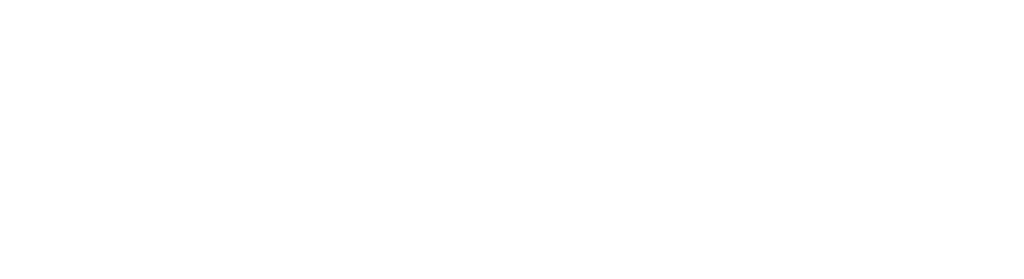
<source format=kicad_pcb>
(kicad_pcb (version 20171130) (host pcbnew "(5.0.1)-3")

  (general
    (thickness 1.6)
    (drawings 58)
    (tracks 0)
    (zones 0)
    (modules 0)
    (nets 1)
  )

  (page A2)
  (layers
    (0 F.Cu signal)
    (31 B.Cu signal)
    (32 B.Adhes user)
    (33 F.Adhes user)
    (34 B.Paste user)
    (35 F.Paste user)
    (36 B.SilkS user)
    (37 F.SilkS user)
    (38 B.Mask user)
    (39 F.Mask user)
    (40 Dwgs.User user)
    (41 Cmts.User user)
    (42 Eco1.User user)
    (43 Eco2.User user)
    (44 Edge.Cuts user)
    (45 Margin user)
    (46 B.CrtYd user)
    (47 F.CrtYd user)
    (48 B.Fab user)
    (49 F.Fab user)
  )

  (setup
    (last_trace_width 0.25)
    (trace_clearance 0.2)
    (zone_clearance 0.508)
    (zone_45_only no)
    (trace_min 0.2)
    (segment_width 0.2)
    (edge_width 0.15)
    (via_size 0.8)
    (via_drill 0.4)
    (via_min_size 0.4)
    (via_min_drill 0.3)
    (uvia_size 0.3)
    (uvia_drill 0.1)
    (uvias_allowed no)
    (uvia_min_size 0.2)
    (uvia_min_drill 0.1)
    (pcb_text_width 0.3)
    (pcb_text_size 1.5 1.5)
    (mod_edge_width 0.15)
    (mod_text_size 1 1)
    (mod_text_width 0.15)
    (pad_size 1.524 1.524)
    (pad_drill 0.762)
    (pad_to_mask_clearance 0.051)
    (solder_mask_min_width 0.25)
    (aux_axis_origin 0 0)
    (visible_elements FFFFFF7F)
    (pcbplotparams
      (layerselection 0x010fc_ffffffff)
      (usegerberextensions false)
      (usegerberattributes false)
      (usegerberadvancedattributes false)
      (creategerberjobfile false)
      (excludeedgelayer true)
      (linewidth 0.100000)
      (plotframeref false)
      (viasonmask false)
      (mode 1)
      (useauxorigin false)
      (hpglpennumber 1)
      (hpglpenspeed 20)
      (hpglpendiameter 15.000000)
      (psnegative false)
      (psa4output false)
      (plotreference true)
      (plotvalue true)
      (plotinvisibletext false)
      (padsonsilk false)
      (subtractmaskfromsilk false)
      (outputformat 1)
      (mirror false)
      (drillshape 1)
      (scaleselection 1)
      (outputdirectory ""))
  )

  (net 0 "")

  (net_class Default "Ceci est la Netclass par défaut."
    (clearance 0.2)
    (trace_width 0.25)
    (via_dia 0.8)
    (via_drill 0.4)
    (uvia_dia 0.3)
    (uvia_drill 0.1)
  )

  (gr_arc (start 157.175159 146.38424) (end 152.759602 132.048869) (angle -74.900015) (layer Dwgs.User) (width 0.1))
  (gr_line (start 417.014331 127.618005) (end 182.196658 127.618005) (layer Dwgs.User) (width 0.1))
  (gr_circle (center 363.188007 138.109063) (end 365.688007 138.109063) (layer Dwgs.User) (width 0.1))
  (gr_line (start 85.330951 202.77781) (end 72.910998 251.21) (layer Dwgs.User) (width 0.1))
  (gr_arc (start 182.196658 227.618005) (end 91.915479 184.614414) (angle -11.086873) (layer Dwgs.User) (width 0.1))
  (gr_arc (start 182.196658 227.618005) (end 182.196653 127.618005) (angle -17.119787) (layer Dwgs.User) (width 0.1))
  (gr_circle (center 315.204486 153.818002) (end 316.704486 153.818002) (layer Dwgs.User) (width 0.1))
  (gr_arc (start 118.999835 197.515496) (end 120.918084 167.576887) (angle -68.196249) (layer Dwgs.User) (width 0.1))
  (gr_line (start 312.10448 187.517999) (end 312.10448 154.618005) (layer Dwgs.User) (width 0.1))
  (gr_circle (center 158.680942 143.71) (end 160.180942 143.71) (layer Dwgs.User) (width 0.1))
  (gr_circle (center 261.204486 153.818002) (end 262.704486 153.818002) (layer Dwgs.User) (width 0.1))
  (gr_line (start 72.910998 251.21) (end 526.300006 251.21) (layer Dwgs.User) (width 0.1))
  (gr_circle (center 261.204486 187.818002) (end 262.704486 187.818002) (layer Dwgs.User) (width 0.1))
  (gr_arc (start 417.014331 227.618005) (end 446.451571 132.048926) (angle -17.119911) (layer Dwgs.User) (width 0.1))
  (gr_arc (start 442.035968 146.384286) (end 457.026642 146.913129) (angle -74.900544) (layer Dwgs.User) (width 0.1))
  (gr_arc (start 477.014239 147.618249) (end 457.026673 146.913126) (angle -95.686596) (layer Dwgs.User) (width 0.1))
  (gr_arc (start 480.211352 197.515924) (end 507.295796 184.615037) (angle -68.196717) (layer Dwgs.User) (width 0.1))
  (gr_arc (start 417.014331 227.618005) (end 513.880026 202.777773) (angle -11.086447) (layer Dwgs.User) (width 0.1))
  (gr_line (start 513.880023 202.777765) (end 526.300006 251.21) (layer Dwgs.User) (width 0.1))
  (gr_arc (start 122.196918 147.617807) (end 120.918085 167.57688) (angle -95.685896) (layer Dwgs.User) (width 0.1))
  (gr_line (start 466.949603 211.543313) (end 466.949603 213.109994) (layer Dwgs.User) (width 0.1))
  (gr_line (start 442.949573 213.109994) (end 442.949573 211.54339) (layer Dwgs.User) (width 0.1))
  (gr_circle (center 117.910998 198.61065) (end 127.510998 198.61065) (layer Dwgs.User) (width 0.1))
  (gr_line (start 442.949573 213.109994) (end 444.249591 213.109994) (layer Dwgs.User) (width 0.1))
  (gr_arc (start 466.300006 217.859994) (end 465.649603 211.543391) (angle -348.249575) (layer Dwgs.User) (width 0.1))
  (gr_line (start 465.649585 213.109994) (end 465.649585 211.54339) (layer Dwgs.User) (width 0.1))
  (gr_line (start 155.330951 152.21) (end 192.830951 152.21) (layer Dwgs.User) (width 0.1))
  (gr_line (start 444.249591 211.543313) (end 444.249591 213.109994) (layer Dwgs.User) (width 0.1))
  (gr_line (start 192.830951 171.21) (end 155.330951 171.21) (layer Dwgs.User) (width 0.1))
  (gr_circle (center 225.680942 179.71) (end 227.180942 179.71) (layer Dwgs.User) (width 0.1))
  (gr_line (start 155.330951 152.21) (end 155.330951 171.21) (layer Dwgs.User) (width 0.1))
  (gr_circle (center 225.680942 143.71) (end 227.180942 143.71) (layer Dwgs.User) (width 0.1))
  (gr_line (start 192.830951 171.21) (end 192.830951 152.21) (layer Dwgs.User) (width 0.1))
  (gr_line (start 465.649585 213.109994) (end 466.949603 213.109994) (layer Dwgs.User) (width 0.1))
  (gr_circle (center 158.680942 179.71) (end 160.180942 179.71) (layer Dwgs.User) (width 0.1))
  (gr_line (start 420.249591 213.109994) (end 420.249591 211.54339) (layer Dwgs.User) (width 0.1))
  (gr_circle (center 177.910983 227.21) (end 187.510983 227.21) (layer Dwgs.User) (width 0.1))
  (gr_arc (start 426.299976 163.21) (end 425.449975 155.255284) (angle -347.801617) (layer Dwgs.User) (width 0.1))
  (gr_line (start 178.56058 191.893319) (end 178.56058 193.46) (layer Dwgs.User) (width 0.1))
  (gr_arc (start 177.910983 198.21) (end 177.26058 191.893397) (angle -348.249575) (layer Dwgs.User) (width 0.1))
  (gr_line (start 289.60448 154.618005) (end 312.10448 154.618005) (layer Dwgs.User) (width 0.1))
  (gr_line (start 427.149982 155.255288) (end 427.149982 156.21) (layer Dwgs.User) (width 0.1))
  (gr_line (start 177.260593 193.46) (end 177.260593 191.893396) (layer Dwgs.User) (width 0.1))
  (gr_line (start 117.125659 221.873864) (end 118.695666 221.873864) (layer Dwgs.User) (width 0.1))
  (gr_line (start 117.125659 221.873864) (end 117.125659 220.908746) (layer Dwgs.User) (width 0.1))
  (gr_arc (start 443.599994 217.859994) (end 442.949591 211.543391) (angle -348.249575) (layer Dwgs.User) (width 0.1))
  (gr_line (start 421.549579 211.543313) (end 421.549579 213.109994) (layer Dwgs.User) (width 0.1))
  (gr_arc (start 420.899982 217.859994) (end 420.249579 211.543391) (angle -348.249575) (layer Dwgs.User) (width 0.1))
  (gr_arc (start 117.910998 227.21) (end 117.125664 220.90875) (angle -345.797626) (layer Dwgs.User) (width 0.1))
  (gr_line (start 425.45 156.21) (end 425.45 155.255288) (layer Dwgs.User) (width 0.1))
  (gr_circle (center 147.910983 198.21) (end 157.510983 198.21) (layer Dwgs.User) (width 0.1))
  (gr_circle (center 147.910983 227.21) (end 157.510983 227.21) (layer Dwgs.User) (width 0.1))
  (gr_line (start 177.260593 193.46) (end 178.56058 193.46) (layer Dwgs.User) (width 0.1))
  (gr_line (start 312.10448 187.517999) (end 289.60448 187.517999) (layer Dwgs.User) (width 0.1))
  (gr_line (start 118.695666 220.90867) (end 118.695666 221.873864) (layer Dwgs.User) (width 0.1))
  (gr_line (start 420.249591 213.109994) (end 421.549579 213.109994) (layer Dwgs.User) (width 0.1))
  (gr_line (start 289.60448 154.618005) (end 289.60448 187.517999) (layer Dwgs.User) (width 0.1))
  (gr_line (start 425.45 156.21) (end 427.149982 156.21) (layer Dwgs.User) (width 0.1))

)

</source>
